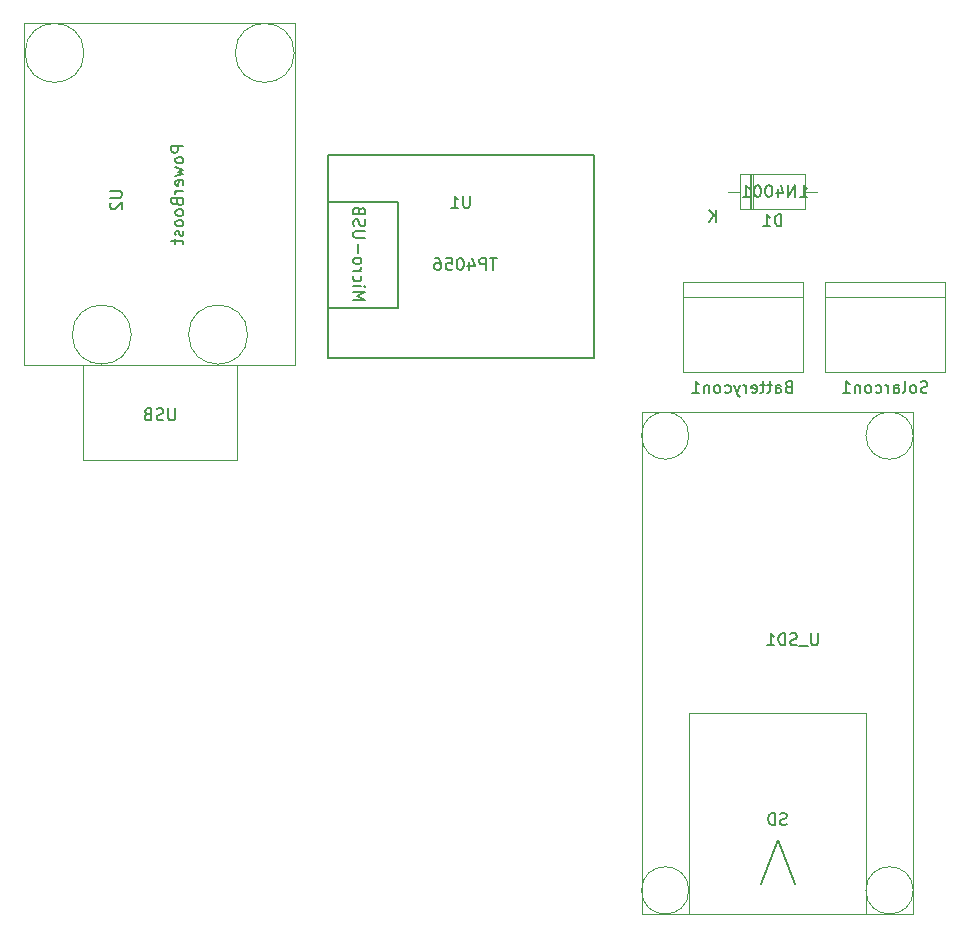
<source format=gbr>
%TF.GenerationSoftware,KiCad,Pcbnew,(6.0.4)*%
%TF.CreationDate,2022-04-08T13:10:10+02:00*%
%TF.ProjectId,TeaSpike v1,54656153-7069-46b6-9520-76312e6b6963,rev?*%
%TF.SameCoordinates,Original*%
%TF.FileFunction,Legend,Bot*%
%TF.FilePolarity,Positive*%
%FSLAX46Y46*%
G04 Gerber Fmt 4.6, Leading zero omitted, Abs format (unit mm)*
G04 Created by KiCad (PCBNEW (6.0.4)) date 2022-04-08 13:10:10*
%MOMM*%
%LPD*%
G01*
G04 APERTURE LIST*
%ADD10C,0.150000*%
%ADD11C,0.120000*%
%ADD12C,0.200000*%
G04 APERTURE END LIST*
D10*
%TO.C,Batterycon1*%
X174340952Y-86008571D02*
X174198095Y-86056190D01*
X174150476Y-86103809D01*
X174102857Y-86199047D01*
X174102857Y-86341904D01*
X174150476Y-86437142D01*
X174198095Y-86484761D01*
X174293333Y-86532380D01*
X174674285Y-86532380D01*
X174674285Y-85532380D01*
X174340952Y-85532380D01*
X174245714Y-85580000D01*
X174198095Y-85627619D01*
X174150476Y-85722857D01*
X174150476Y-85818095D01*
X174198095Y-85913333D01*
X174245714Y-85960952D01*
X174340952Y-86008571D01*
X174674285Y-86008571D01*
X173245714Y-86532380D02*
X173245714Y-86008571D01*
X173293333Y-85913333D01*
X173388571Y-85865714D01*
X173579047Y-85865714D01*
X173674285Y-85913333D01*
X173245714Y-86484761D02*
X173340952Y-86532380D01*
X173579047Y-86532380D01*
X173674285Y-86484761D01*
X173721904Y-86389523D01*
X173721904Y-86294285D01*
X173674285Y-86199047D01*
X173579047Y-86151428D01*
X173340952Y-86151428D01*
X173245714Y-86103809D01*
X172912380Y-85865714D02*
X172531428Y-85865714D01*
X172769523Y-85532380D02*
X172769523Y-86389523D01*
X172721904Y-86484761D01*
X172626666Y-86532380D01*
X172531428Y-86532380D01*
X172340952Y-85865714D02*
X171960000Y-85865714D01*
X172198095Y-85532380D02*
X172198095Y-86389523D01*
X172150476Y-86484761D01*
X172055238Y-86532380D01*
X171960000Y-86532380D01*
X171245714Y-86484761D02*
X171340952Y-86532380D01*
X171531428Y-86532380D01*
X171626666Y-86484761D01*
X171674285Y-86389523D01*
X171674285Y-86008571D01*
X171626666Y-85913333D01*
X171531428Y-85865714D01*
X171340952Y-85865714D01*
X171245714Y-85913333D01*
X171198095Y-86008571D01*
X171198095Y-86103809D01*
X171674285Y-86199047D01*
X170769523Y-86532380D02*
X170769523Y-85865714D01*
X170769523Y-86056190D02*
X170721904Y-85960952D01*
X170674285Y-85913333D01*
X170579047Y-85865714D01*
X170483809Y-85865714D01*
X170245714Y-85865714D02*
X170007619Y-86532380D01*
X169769523Y-85865714D02*
X170007619Y-86532380D01*
X170102857Y-86770476D01*
X170150476Y-86818095D01*
X170245714Y-86865714D01*
X168960000Y-86484761D02*
X169055238Y-86532380D01*
X169245714Y-86532380D01*
X169340952Y-86484761D01*
X169388571Y-86437142D01*
X169436190Y-86341904D01*
X169436190Y-86056190D01*
X169388571Y-85960952D01*
X169340952Y-85913333D01*
X169245714Y-85865714D01*
X169055238Y-85865714D01*
X168960000Y-85913333D01*
X168388571Y-86532380D02*
X168483809Y-86484761D01*
X168531428Y-86437142D01*
X168579047Y-86341904D01*
X168579047Y-86056190D01*
X168531428Y-85960952D01*
X168483809Y-85913333D01*
X168388571Y-85865714D01*
X168245714Y-85865714D01*
X168150476Y-85913333D01*
X168102857Y-85960952D01*
X168055238Y-86056190D01*
X168055238Y-86341904D01*
X168102857Y-86437142D01*
X168150476Y-86484761D01*
X168245714Y-86532380D01*
X168388571Y-86532380D01*
X167626666Y-85865714D02*
X167626666Y-86532380D01*
X167626666Y-85960952D02*
X167579047Y-85913333D01*
X167483809Y-85865714D01*
X167340952Y-85865714D01*
X167245714Y-85913333D01*
X167198095Y-86008571D01*
X167198095Y-86532380D01*
X166198095Y-86532380D02*
X166769523Y-86532380D01*
X166483809Y-86532380D02*
X166483809Y-85532380D01*
X166579047Y-85675238D01*
X166674285Y-85770476D01*
X166769523Y-85818095D01*
%TO.C,U2*%
X116902380Y-69438095D02*
X117711904Y-69438095D01*
X117807142Y-69485714D01*
X117854761Y-69533333D01*
X117902380Y-69628571D01*
X117902380Y-69819047D01*
X117854761Y-69914285D01*
X117807142Y-69961904D01*
X117711904Y-70009523D01*
X116902380Y-70009523D01*
X116997619Y-70438095D02*
X116950000Y-70485714D01*
X116902380Y-70580952D01*
X116902380Y-70819047D01*
X116950000Y-70914285D01*
X116997619Y-70961904D01*
X117092857Y-71009523D01*
X117188095Y-71009523D01*
X117330952Y-70961904D01*
X117902380Y-70390476D01*
X117902380Y-71009523D01*
X123102380Y-65628571D02*
X122102380Y-65628571D01*
X122102380Y-66009523D01*
X122150000Y-66104761D01*
X122197619Y-66152380D01*
X122292857Y-66200000D01*
X122435714Y-66200000D01*
X122530952Y-66152380D01*
X122578571Y-66104761D01*
X122626190Y-66009523D01*
X122626190Y-65628571D01*
X123102380Y-66771428D02*
X123054761Y-66676190D01*
X123007142Y-66628571D01*
X122911904Y-66580952D01*
X122626190Y-66580952D01*
X122530952Y-66628571D01*
X122483333Y-66676190D01*
X122435714Y-66771428D01*
X122435714Y-66914285D01*
X122483333Y-67009523D01*
X122530952Y-67057142D01*
X122626190Y-67104761D01*
X122911904Y-67104761D01*
X123007142Y-67057142D01*
X123054761Y-67009523D01*
X123102380Y-66914285D01*
X123102380Y-66771428D01*
X122435714Y-67438095D02*
X123102380Y-67628571D01*
X122626190Y-67819047D01*
X123102380Y-68009523D01*
X122435714Y-68200000D01*
X123054761Y-68961904D02*
X123102380Y-68866666D01*
X123102380Y-68676190D01*
X123054761Y-68580952D01*
X122959523Y-68533333D01*
X122578571Y-68533333D01*
X122483333Y-68580952D01*
X122435714Y-68676190D01*
X122435714Y-68866666D01*
X122483333Y-68961904D01*
X122578571Y-69009523D01*
X122673809Y-69009523D01*
X122769047Y-68533333D01*
X123102380Y-69438095D02*
X122435714Y-69438095D01*
X122626190Y-69438095D02*
X122530952Y-69485714D01*
X122483333Y-69533333D01*
X122435714Y-69628571D01*
X122435714Y-69723809D01*
X122578571Y-70390476D02*
X122626190Y-70533333D01*
X122673809Y-70580952D01*
X122769047Y-70628571D01*
X122911904Y-70628571D01*
X123007142Y-70580952D01*
X123054761Y-70533333D01*
X123102380Y-70438095D01*
X123102380Y-70057142D01*
X122102380Y-70057142D01*
X122102380Y-70390476D01*
X122150000Y-70485714D01*
X122197619Y-70533333D01*
X122292857Y-70580952D01*
X122388095Y-70580952D01*
X122483333Y-70533333D01*
X122530952Y-70485714D01*
X122578571Y-70390476D01*
X122578571Y-70057142D01*
X123102380Y-71200000D02*
X123054761Y-71104761D01*
X123007142Y-71057142D01*
X122911904Y-71009523D01*
X122626190Y-71009523D01*
X122530952Y-71057142D01*
X122483333Y-71104761D01*
X122435714Y-71200000D01*
X122435714Y-71342857D01*
X122483333Y-71438095D01*
X122530952Y-71485714D01*
X122626190Y-71533333D01*
X122911904Y-71533333D01*
X123007142Y-71485714D01*
X123054761Y-71438095D01*
X123102380Y-71342857D01*
X123102380Y-71200000D01*
X123102380Y-72104761D02*
X123054761Y-72009523D01*
X123007142Y-71961904D01*
X122911904Y-71914285D01*
X122626190Y-71914285D01*
X122530952Y-71961904D01*
X122483333Y-72009523D01*
X122435714Y-72104761D01*
X122435714Y-72247619D01*
X122483333Y-72342857D01*
X122530952Y-72390476D01*
X122626190Y-72438095D01*
X122911904Y-72438095D01*
X123007142Y-72390476D01*
X123054761Y-72342857D01*
X123102380Y-72247619D01*
X123102380Y-72104761D01*
X123054761Y-72819047D02*
X123102380Y-72914285D01*
X123102380Y-73104761D01*
X123054761Y-73200000D01*
X122959523Y-73247619D01*
X122911904Y-73247619D01*
X122816666Y-73200000D01*
X122769047Y-73104761D01*
X122769047Y-72961904D01*
X122721428Y-72866666D01*
X122626190Y-72819047D01*
X122578571Y-72819047D01*
X122483333Y-72866666D01*
X122435714Y-72961904D01*
X122435714Y-73104761D01*
X122483333Y-73200000D01*
X122435714Y-73533333D02*
X122435714Y-73914285D01*
X122102380Y-73676190D02*
X122959523Y-73676190D01*
X123054761Y-73723809D01*
X123102380Y-73819047D01*
X123102380Y-73914285D01*
X122411904Y-87852380D02*
X122411904Y-88661904D01*
X122364285Y-88757142D01*
X122316666Y-88804761D01*
X122221428Y-88852380D01*
X122030952Y-88852380D01*
X121935714Y-88804761D01*
X121888095Y-88757142D01*
X121840476Y-88661904D01*
X121840476Y-87852380D01*
X121411904Y-88804761D02*
X121269047Y-88852380D01*
X121030952Y-88852380D01*
X120935714Y-88804761D01*
X120888095Y-88757142D01*
X120840476Y-88661904D01*
X120840476Y-88566666D01*
X120888095Y-88471428D01*
X120935714Y-88423809D01*
X121030952Y-88376190D01*
X121221428Y-88328571D01*
X121316666Y-88280952D01*
X121364285Y-88233333D01*
X121411904Y-88138095D01*
X121411904Y-88042857D01*
X121364285Y-87947619D01*
X121316666Y-87900000D01*
X121221428Y-87852380D01*
X120983333Y-87852380D01*
X120840476Y-87900000D01*
X120078571Y-88328571D02*
X119935714Y-88376190D01*
X119888095Y-88423809D01*
X119840476Y-88519047D01*
X119840476Y-88661904D01*
X119888095Y-88757142D01*
X119935714Y-88804761D01*
X120030952Y-88852380D01*
X120411904Y-88852380D01*
X120411904Y-87852380D01*
X120078571Y-87852380D01*
X119983333Y-87900000D01*
X119935714Y-87947619D01*
X119888095Y-88042857D01*
X119888095Y-88138095D01*
X119935714Y-88233333D01*
X119983333Y-88280952D01*
X120078571Y-88328571D01*
X120411904Y-88328571D01*
%TO.C,U1*%
X147361904Y-69852380D02*
X147361904Y-70661904D01*
X147314285Y-70757142D01*
X147266666Y-70804761D01*
X147171428Y-70852380D01*
X146980952Y-70852380D01*
X146885714Y-70804761D01*
X146838095Y-70757142D01*
X146790476Y-70661904D01*
X146790476Y-69852380D01*
X145790476Y-70852380D02*
X146361904Y-70852380D01*
X146076190Y-70852380D02*
X146076190Y-69852380D01*
X146171428Y-69995238D01*
X146266666Y-70090476D01*
X146361904Y-70138095D01*
X149640476Y-75127380D02*
X149069047Y-75127380D01*
X149354761Y-76127380D02*
X149354761Y-75127380D01*
X148735714Y-76127380D02*
X148735714Y-75127380D01*
X148354761Y-75127380D01*
X148259523Y-75175000D01*
X148211904Y-75222619D01*
X148164285Y-75317857D01*
X148164285Y-75460714D01*
X148211904Y-75555952D01*
X148259523Y-75603571D01*
X148354761Y-75651190D01*
X148735714Y-75651190D01*
X147307142Y-75460714D02*
X147307142Y-76127380D01*
X147545238Y-75079761D02*
X147783333Y-75794047D01*
X147164285Y-75794047D01*
X146592857Y-75127380D02*
X146497619Y-75127380D01*
X146402380Y-75175000D01*
X146354761Y-75222619D01*
X146307142Y-75317857D01*
X146259523Y-75508333D01*
X146259523Y-75746428D01*
X146307142Y-75936904D01*
X146354761Y-76032142D01*
X146402380Y-76079761D01*
X146497619Y-76127380D01*
X146592857Y-76127380D01*
X146688095Y-76079761D01*
X146735714Y-76032142D01*
X146783333Y-75936904D01*
X146830952Y-75746428D01*
X146830952Y-75508333D01*
X146783333Y-75317857D01*
X146735714Y-75222619D01*
X146688095Y-75175000D01*
X146592857Y-75127380D01*
X145354761Y-75127380D02*
X145830952Y-75127380D01*
X145878571Y-75603571D01*
X145830952Y-75555952D01*
X145735714Y-75508333D01*
X145497619Y-75508333D01*
X145402380Y-75555952D01*
X145354761Y-75603571D01*
X145307142Y-75698809D01*
X145307142Y-75936904D01*
X145354761Y-76032142D01*
X145402380Y-76079761D01*
X145497619Y-76127380D01*
X145735714Y-76127380D01*
X145830952Y-76079761D01*
X145878571Y-76032142D01*
X144450000Y-75127380D02*
X144640476Y-75127380D01*
X144735714Y-75175000D01*
X144783333Y-75222619D01*
X144878571Y-75365476D01*
X144926190Y-75555952D01*
X144926190Y-75936904D01*
X144878571Y-76032142D01*
X144830952Y-76079761D01*
X144735714Y-76127380D01*
X144545238Y-76127380D01*
X144450000Y-76079761D01*
X144402380Y-76032142D01*
X144354761Y-75936904D01*
X144354761Y-75698809D01*
X144402380Y-75603571D01*
X144450000Y-75555952D01*
X144545238Y-75508333D01*
X144735714Y-75508333D01*
X144830952Y-75555952D01*
X144878571Y-75603571D01*
X144926190Y-75698809D01*
X137497619Y-78655952D02*
X138497619Y-78655952D01*
X137783333Y-78322619D01*
X138497619Y-77989285D01*
X137497619Y-77989285D01*
X137497619Y-77513095D02*
X138164285Y-77513095D01*
X138497619Y-77513095D02*
X138450000Y-77560714D01*
X138402380Y-77513095D01*
X138450000Y-77465476D01*
X138497619Y-77513095D01*
X138402380Y-77513095D01*
X137545238Y-76608333D02*
X137497619Y-76703571D01*
X137497619Y-76894047D01*
X137545238Y-76989285D01*
X137592857Y-77036904D01*
X137688095Y-77084523D01*
X137973809Y-77084523D01*
X138069047Y-77036904D01*
X138116666Y-76989285D01*
X138164285Y-76894047D01*
X138164285Y-76703571D01*
X138116666Y-76608333D01*
X137497619Y-76179761D02*
X138164285Y-76179761D01*
X137973809Y-76179761D02*
X138069047Y-76132142D01*
X138116666Y-76084523D01*
X138164285Y-75989285D01*
X138164285Y-75894047D01*
X137497619Y-75417857D02*
X137545238Y-75513095D01*
X137592857Y-75560714D01*
X137688095Y-75608333D01*
X137973809Y-75608333D01*
X138069047Y-75560714D01*
X138116666Y-75513095D01*
X138164285Y-75417857D01*
X138164285Y-75275000D01*
X138116666Y-75179761D01*
X138069047Y-75132142D01*
X137973809Y-75084523D01*
X137688095Y-75084523D01*
X137592857Y-75132142D01*
X137545238Y-75179761D01*
X137497619Y-75275000D01*
X137497619Y-75417857D01*
X137878571Y-74655952D02*
X137878571Y-73894047D01*
X138497619Y-73417857D02*
X137688095Y-73417857D01*
X137592857Y-73370238D01*
X137545238Y-73322619D01*
X137497619Y-73227380D01*
X137497619Y-73036904D01*
X137545238Y-72941666D01*
X137592857Y-72894047D01*
X137688095Y-72846428D01*
X138497619Y-72846428D01*
X137545238Y-72417857D02*
X137497619Y-72275000D01*
X137497619Y-72036904D01*
X137545238Y-71941666D01*
X137592857Y-71894047D01*
X137688095Y-71846428D01*
X137783333Y-71846428D01*
X137878571Y-71894047D01*
X137926190Y-71941666D01*
X137973809Y-72036904D01*
X138021428Y-72227380D01*
X138069047Y-72322619D01*
X138116666Y-72370238D01*
X138211904Y-72417857D01*
X138307142Y-72417857D01*
X138402380Y-72370238D01*
X138450000Y-72322619D01*
X138497619Y-72227380D01*
X138497619Y-71989285D01*
X138450000Y-71846428D01*
X138021428Y-71084523D02*
X137973809Y-70941666D01*
X137926190Y-70894047D01*
X137830952Y-70846428D01*
X137688095Y-70846428D01*
X137592857Y-70894047D01*
X137545238Y-70941666D01*
X137497619Y-71036904D01*
X137497619Y-71417857D01*
X138497619Y-71417857D01*
X138497619Y-71084523D01*
X138450000Y-70989285D01*
X138402380Y-70941666D01*
X138307142Y-70894047D01*
X138211904Y-70894047D01*
X138116666Y-70941666D01*
X138069047Y-70989285D01*
X138021428Y-71084523D01*
X138021428Y-71417857D01*
%TO.C,U_SD1*%
X176824047Y-106907380D02*
X176824047Y-107716904D01*
X176776428Y-107812142D01*
X176728809Y-107859761D01*
X176633571Y-107907380D01*
X176443095Y-107907380D01*
X176347857Y-107859761D01*
X176300238Y-107812142D01*
X176252619Y-107716904D01*
X176252619Y-106907380D01*
X176014523Y-108002619D02*
X175252619Y-108002619D01*
X175062142Y-107859761D02*
X174919285Y-107907380D01*
X174681190Y-107907380D01*
X174585952Y-107859761D01*
X174538333Y-107812142D01*
X174490714Y-107716904D01*
X174490714Y-107621666D01*
X174538333Y-107526428D01*
X174585952Y-107478809D01*
X174681190Y-107431190D01*
X174871666Y-107383571D01*
X174966904Y-107335952D01*
X175014523Y-107288333D01*
X175062142Y-107193095D01*
X175062142Y-107097857D01*
X175014523Y-107002619D01*
X174966904Y-106955000D01*
X174871666Y-106907380D01*
X174633571Y-106907380D01*
X174490714Y-106955000D01*
X174062142Y-107907380D02*
X174062142Y-106907380D01*
X173824047Y-106907380D01*
X173681190Y-106955000D01*
X173585952Y-107050238D01*
X173538333Y-107145476D01*
X173490714Y-107335952D01*
X173490714Y-107478809D01*
X173538333Y-107669285D01*
X173585952Y-107764523D01*
X173681190Y-107859761D01*
X173824047Y-107907380D01*
X174062142Y-107907380D01*
X172538333Y-107907380D02*
X173109761Y-107907380D01*
X172824047Y-107907380D02*
X172824047Y-106907380D01*
X172919285Y-107050238D01*
X173014523Y-107145476D01*
X173109761Y-107193095D01*
X174190714Y-123059761D02*
X174047857Y-123107380D01*
X173809761Y-123107380D01*
X173714523Y-123059761D01*
X173666904Y-123012142D01*
X173619285Y-122916904D01*
X173619285Y-122821666D01*
X173666904Y-122726428D01*
X173714523Y-122678809D01*
X173809761Y-122631190D01*
X174000238Y-122583571D01*
X174095476Y-122535952D01*
X174143095Y-122488333D01*
X174190714Y-122393095D01*
X174190714Y-122297857D01*
X174143095Y-122202619D01*
X174095476Y-122155000D01*
X174000238Y-122107380D01*
X173762142Y-122107380D01*
X173619285Y-122155000D01*
X173190714Y-123107380D02*
X173190714Y-122107380D01*
X172952619Y-122107380D01*
X172809761Y-122155000D01*
X172714523Y-122250238D01*
X172666904Y-122345476D01*
X172619285Y-122535952D01*
X172619285Y-122678809D01*
X172666904Y-122869285D01*
X172714523Y-122964523D01*
X172809761Y-123059761D01*
X172952619Y-123107380D01*
X173190714Y-123107380D01*
X174876428Y-128159761D02*
X173447857Y-124350238D01*
X172019285Y-128159761D01*
%TO.C,D1*%
X173738095Y-72422380D02*
X173738095Y-71422380D01*
X173500000Y-71422380D01*
X173357142Y-71470000D01*
X173261904Y-71565238D01*
X173214285Y-71660476D01*
X173166666Y-71850952D01*
X173166666Y-71993809D01*
X173214285Y-72184285D01*
X173261904Y-72279523D01*
X173357142Y-72374761D01*
X173500000Y-72422380D01*
X173738095Y-72422380D01*
X172214285Y-72422380D02*
X172785714Y-72422380D01*
X172500000Y-72422380D02*
X172500000Y-71422380D01*
X172595238Y-71565238D01*
X172690476Y-71660476D01*
X172785714Y-71708095D01*
X175342857Y-69952380D02*
X175914285Y-69952380D01*
X175628571Y-69952380D02*
X175628571Y-68952380D01*
X175723809Y-69095238D01*
X175819047Y-69190476D01*
X175914285Y-69238095D01*
X174914285Y-69952380D02*
X174914285Y-68952380D01*
X174342857Y-69952380D01*
X174342857Y-68952380D01*
X173438095Y-69285714D02*
X173438095Y-69952380D01*
X173676190Y-68904761D02*
X173914285Y-69619047D01*
X173295238Y-69619047D01*
X172723809Y-68952380D02*
X172628571Y-68952380D01*
X172533333Y-69000000D01*
X172485714Y-69047619D01*
X172438095Y-69142857D01*
X172390476Y-69333333D01*
X172390476Y-69571428D01*
X172438095Y-69761904D01*
X172485714Y-69857142D01*
X172533333Y-69904761D01*
X172628571Y-69952380D01*
X172723809Y-69952380D01*
X172819047Y-69904761D01*
X172866666Y-69857142D01*
X172914285Y-69761904D01*
X172961904Y-69571428D01*
X172961904Y-69333333D01*
X172914285Y-69142857D01*
X172866666Y-69047619D01*
X172819047Y-69000000D01*
X172723809Y-68952380D01*
X171771428Y-68952380D02*
X171676190Y-68952380D01*
X171580952Y-69000000D01*
X171533333Y-69047619D01*
X171485714Y-69142857D01*
X171438095Y-69333333D01*
X171438095Y-69571428D01*
X171485714Y-69761904D01*
X171533333Y-69857142D01*
X171580952Y-69904761D01*
X171676190Y-69952380D01*
X171771428Y-69952380D01*
X171866666Y-69904761D01*
X171914285Y-69857142D01*
X171961904Y-69761904D01*
X172009523Y-69571428D01*
X172009523Y-69333333D01*
X171961904Y-69142857D01*
X171914285Y-69047619D01*
X171866666Y-69000000D01*
X171771428Y-68952380D01*
X170485714Y-69952380D02*
X171057142Y-69952380D01*
X170771428Y-69952380D02*
X170771428Y-68952380D01*
X170866666Y-69095238D01*
X170961904Y-69190476D01*
X171057142Y-69238095D01*
X168181904Y-72052380D02*
X168181904Y-71052380D01*
X167610476Y-72052380D02*
X168039047Y-71480952D01*
X167610476Y-71052380D02*
X168181904Y-71623809D01*
%TO.C,Solarcon1*%
X186111428Y-86484761D02*
X185968571Y-86532380D01*
X185730476Y-86532380D01*
X185635238Y-86484761D01*
X185587619Y-86437142D01*
X185540000Y-86341904D01*
X185540000Y-86246666D01*
X185587619Y-86151428D01*
X185635238Y-86103809D01*
X185730476Y-86056190D01*
X185920952Y-86008571D01*
X186016190Y-85960952D01*
X186063809Y-85913333D01*
X186111428Y-85818095D01*
X186111428Y-85722857D01*
X186063809Y-85627619D01*
X186016190Y-85580000D01*
X185920952Y-85532380D01*
X185682857Y-85532380D01*
X185540000Y-85580000D01*
X184968571Y-86532380D02*
X185063809Y-86484761D01*
X185111428Y-86437142D01*
X185159047Y-86341904D01*
X185159047Y-86056190D01*
X185111428Y-85960952D01*
X185063809Y-85913333D01*
X184968571Y-85865714D01*
X184825714Y-85865714D01*
X184730476Y-85913333D01*
X184682857Y-85960952D01*
X184635238Y-86056190D01*
X184635238Y-86341904D01*
X184682857Y-86437142D01*
X184730476Y-86484761D01*
X184825714Y-86532380D01*
X184968571Y-86532380D01*
X184063809Y-86532380D02*
X184159047Y-86484761D01*
X184206666Y-86389523D01*
X184206666Y-85532380D01*
X183254285Y-86532380D02*
X183254285Y-86008571D01*
X183301904Y-85913333D01*
X183397142Y-85865714D01*
X183587619Y-85865714D01*
X183682857Y-85913333D01*
X183254285Y-86484761D02*
X183349523Y-86532380D01*
X183587619Y-86532380D01*
X183682857Y-86484761D01*
X183730476Y-86389523D01*
X183730476Y-86294285D01*
X183682857Y-86199047D01*
X183587619Y-86151428D01*
X183349523Y-86151428D01*
X183254285Y-86103809D01*
X182778095Y-86532380D02*
X182778095Y-85865714D01*
X182778095Y-86056190D02*
X182730476Y-85960952D01*
X182682857Y-85913333D01*
X182587619Y-85865714D01*
X182492380Y-85865714D01*
X181730476Y-86484761D02*
X181825714Y-86532380D01*
X182016190Y-86532380D01*
X182111428Y-86484761D01*
X182159047Y-86437142D01*
X182206666Y-86341904D01*
X182206666Y-86056190D01*
X182159047Y-85960952D01*
X182111428Y-85913333D01*
X182016190Y-85865714D01*
X181825714Y-85865714D01*
X181730476Y-85913333D01*
X181159047Y-86532380D02*
X181254285Y-86484761D01*
X181301904Y-86437142D01*
X181349523Y-86341904D01*
X181349523Y-86056190D01*
X181301904Y-85960952D01*
X181254285Y-85913333D01*
X181159047Y-85865714D01*
X181016190Y-85865714D01*
X180920952Y-85913333D01*
X180873333Y-85960952D01*
X180825714Y-86056190D01*
X180825714Y-86341904D01*
X180873333Y-86437142D01*
X180920952Y-86484761D01*
X181016190Y-86532380D01*
X181159047Y-86532380D01*
X180397142Y-85865714D02*
X180397142Y-86532380D01*
X180397142Y-85960952D02*
X180349523Y-85913333D01*
X180254285Y-85865714D01*
X180111428Y-85865714D01*
X180016190Y-85913333D01*
X179968571Y-86008571D01*
X179968571Y-86532380D01*
X178968571Y-86532380D02*
X179540000Y-86532380D01*
X179254285Y-86532380D02*
X179254285Y-85532380D01*
X179349523Y-85675238D01*
X179444761Y-85770476D01*
X179540000Y-85818095D01*
D11*
%TO.C,Batterycon1*%
X175540000Y-84810000D02*
X165380000Y-84810000D01*
X165380000Y-77190000D02*
X175540000Y-77190000D01*
X165380000Y-84810000D02*
X165380000Y-77190000D01*
X175540000Y-78460000D02*
X165380000Y-78460000D01*
X175540000Y-77190000D02*
X175540000Y-84810000D01*
%TO.C,U2*%
X132600000Y-84200000D02*
X109600000Y-84200000D01*
X109600000Y-55200000D02*
X132600000Y-55200000D01*
X109600000Y-55200000D02*
X109600000Y-84200000D01*
X132600000Y-84200000D02*
X132600000Y-55200000D01*
X114650000Y-84200000D02*
X127650000Y-84200000D01*
X127650000Y-84200000D02*
X127650000Y-92200000D01*
X127650000Y-92200000D02*
X114650000Y-92200000D01*
X114650000Y-92200000D02*
X114650000Y-84200000D01*
X118700000Y-81600000D02*
G75*
G03*
X118700000Y-81600000I-2500000J0D01*
G01*
X114700000Y-57750000D02*
G75*
G03*
X114700000Y-57750000I-2500000J0D01*
G01*
X132499600Y-57750000D02*
G75*
G03*
X132499600Y-57750000I-2500000J0D01*
G01*
X128550000Y-81600000D02*
G75*
G03*
X128550000Y-81600000I-2500000J0D01*
G01*
D12*
%TO.C,U1*%
X141250000Y-70375000D02*
X141250000Y-79375000D01*
X141250000Y-79375000D02*
X135350000Y-79375000D01*
X141250000Y-70375000D02*
X135350000Y-70375000D01*
X157850000Y-66375000D02*
X135350000Y-66375000D01*
X135350000Y-66375000D02*
X135350000Y-83575000D01*
X135350000Y-83575000D02*
X157850000Y-83575000D01*
X157850000Y-83575000D02*
X157850000Y-66375000D01*
D11*
%TO.C,U_SD1*%
X165905000Y-128655000D02*
G75*
G03*
X165905000Y-128655000I-2000000J0D01*
G01*
X184905000Y-128655000D02*
G75*
G03*
X184905000Y-128655000I-2000000J0D01*
G01*
X184905000Y-90155000D02*
G75*
G03*
X184905000Y-90155000I-2000000J0D01*
G01*
X165905000Y-90155000D02*
G75*
G03*
X165905000Y-90155000I-2000000J0D01*
G01*
X180905000Y-130655000D02*
X165905000Y-130655000D01*
X165905000Y-130655000D02*
X165905000Y-113655000D01*
X165905000Y-113655000D02*
X180905000Y-113655000D01*
X180905000Y-113655000D02*
X180905000Y-130655000D01*
X184905000Y-130655000D02*
X161905000Y-130655000D01*
X161905000Y-130655000D02*
X161905000Y-88155000D01*
X161905000Y-88155000D02*
X184905000Y-88155000D01*
X184905000Y-88155000D02*
X184905000Y-130655000D01*
%TO.C,D1*%
X170280000Y-68030000D02*
X175720000Y-68030000D01*
X171180000Y-70970000D02*
X171180000Y-68030000D01*
X175720000Y-70970000D02*
X170280000Y-70970000D01*
X169260000Y-69500000D02*
X170280000Y-69500000D01*
X171300000Y-70970000D02*
X171300000Y-68030000D01*
X171060000Y-70970000D02*
X171060000Y-68030000D01*
X176740000Y-69500000D02*
X175720000Y-69500000D01*
X175720000Y-68030000D02*
X175720000Y-70970000D01*
X170280000Y-70970000D02*
X170280000Y-68030000D01*
%TO.C,Solarcon1*%
X177460000Y-77190000D02*
X187620000Y-77190000D01*
X187620000Y-77190000D02*
X187620000Y-84810000D01*
X187620000Y-84810000D02*
X177460000Y-84810000D01*
X187620000Y-78460000D02*
X177460000Y-78460000D01*
X177460000Y-84810000D02*
X177460000Y-77190000D01*
%TD*%
M02*

</source>
